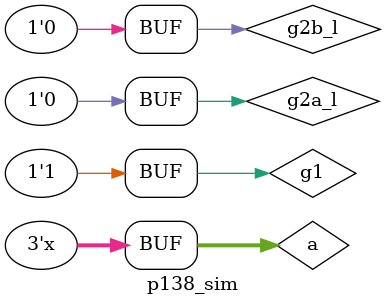
<source format=v>
`timescale 1ns / 1ps


module p138_sim;
reg g1 = 0;
reg g2a_l = 0;
reg g2b_l = 0;
reg[2:0] a = 0;
wire[7:0] y_l;
p138 v74x138(g1,g2a_l,g2b_l,a,y_l);
initial begin
    g1 = 0;
    g2a_l = 0;
    g2b_l = 0;
    a = 0;
    #100;
    g1 = 1;
    g2a_l = 0;
    g2b_l = 0;
end
always #100 a = a + 1;
endmodule

</source>
